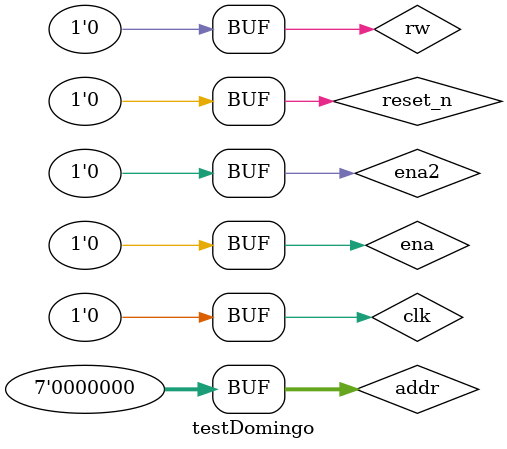
<source format=v>
`timescale 1ns / 1ps


module testDomingo;

	// Inputs
	reg clk;
	reg reset_n;
	reg ena;
	reg ena2;
	reg [6:0] addr;
	reg rw;

	// Outputs
	wire [7:0] data_rd;
	wire [7:0] seg;
	wire [3:0] an;

	// Bidirs
	wire sda;
	wire scl;

	// Instantiate the Unit Under Test (UUT)
	TopClock uut (
		.clk(clk), 
		.reset_n(reset_n), 
		.ena(ena), 
		.ena2(ena2), 
		.addr(addr), 
		.rw(rw), 
		.data_rd(data_rd), 
		.seg(seg), 
		.an(an), 
		.sda(sda), 
		.scl(scl)
	);

	initial begin
		// Initialize Inputs
		clk = 0;
		reset_n = 0;
		ena = 0;
		ena2 = 0;
		addr = 0;
		rw = 0;

		// Wait 100 ns for global reset to finish
		#100;
        
		// Add stimulus here

	end
      
endmodule


</source>
